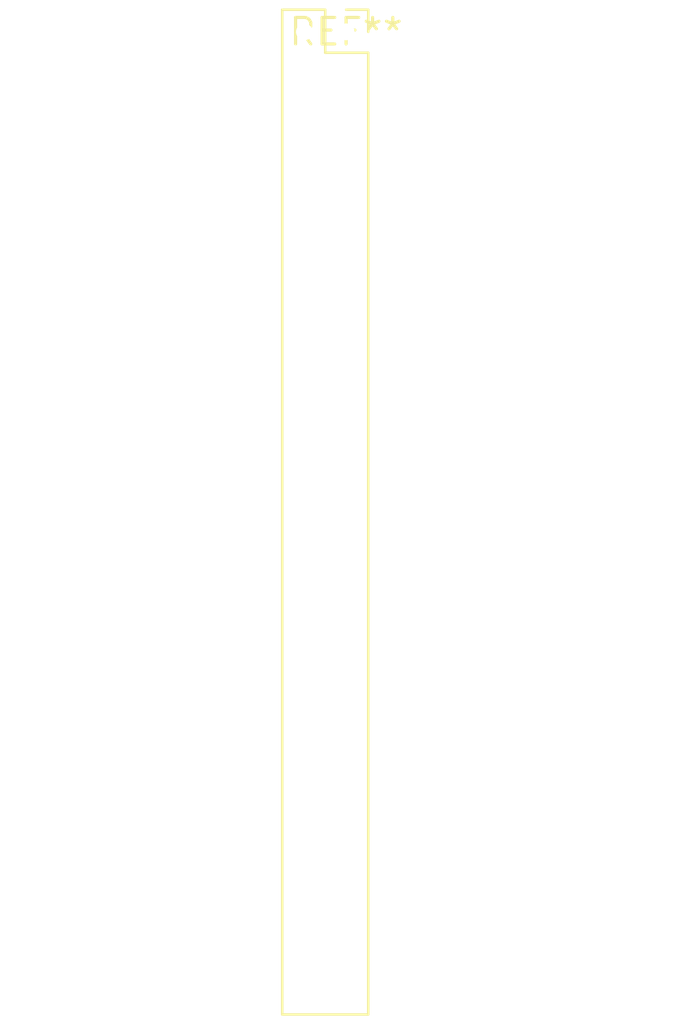
<source format=kicad_pcb>
(kicad_pcb (version 20240108) (generator pcbnew)
  (layers (0 "F.Cu" signal) (31 "B.Cu" signal) (34 "B.Paste" user) (35 "F.Paste" user) (36 "B.SilkS" user "B.Silkscreen") (37 "F.SilkS" user "F.Silkscreen") (38 "B.Mask" user) (39 "F.Mask" user) (44 "Edge.Cuts" user))
  (net 0 "")
  (footprint "PinSocket_2x24_P2.00mm_Vertical" (layer "F.Cu") (at 0 0)
    (property "Reference" "REF**")
    (property "Value" "PinSocket_2x24_P2.00mm_Vertical")
    (fp_line (start -3.06 -1.06) (end -3.06 47.06) (layer "F.SilkS") (stroke (width 0.12)))
    (fp_line (start -3.06 -1.06) (end -1 -1.06) (layer "F.SilkS") (stroke (width 0.12)))
    (fp_line (start -3.06 47.06) (end 1.06 47.06) (layer "F.SilkS") (stroke (width 0.12)))
    (fp_line (start -1 -1.06) (end -1 1) (layer "F.SilkS") (stroke (width 0.12)))
    (fp_line (start -1 1) (end 1.06 1) (layer "F.SilkS") (stroke (width 0.12)))
    (fp_line (start 0 -1.06) (end 1.06 -1.06) (layer "F.SilkS") (stroke (width 0.12)))
    (fp_line (start 1.06 -1.06) (end 1.06 0) (layer "F.SilkS") (stroke (width 0.12)))
    (fp_line (start 1.06 1) (end 1.06 47.06) (layer "F.SilkS") (stroke (width 0.12)))
    (pad "1" thru_hole rect (at 0 0) (size 1.35 1.35) (drill 0.8) (layers *.Cu *.Mask) (remove_unused_layers))
    (pad "2" thru_hole oval (at -2 0) (size 1.35 1.35) (drill 0.8) (layers *.Cu *.Mask) (remove_unused_layers))
    (pad "3" thru_hole oval (at 0 2) (size 1.35 1.35) (drill 0.8) (layers *.Cu *.Mask) (remove_unused_layers))
    (pad "4" thru_hole oval (at -2 2) (size 1.35 1.35) (drill 0.8) (layers *.Cu *.Mask) (remove_unused_layers))
    (pad "5" thru_hole oval (at 0 4) (size 1.35 1.35) (drill 0.8) (layers *.Cu *.Mask) (remove_unused_layers))
    (pad "6" thru_hole oval (at -2 4) (size 1.35 1.35) (drill 0.8) (layers *.Cu *.Mask) (remove_unused_layers))
    (pad "7" thru_hole oval (at 0 6) (size 1.35 1.35) (drill 0.8) (layers *.Cu *.Mask) (remove_unused_layers))
    (pad "8" thru_hole oval (at -2 6) (size 1.35 1.35) (drill 0.8) (layers *.Cu *.Mask) (remove_unused_layers))
    (pad "9" thru_hole oval (at 0 8) (size 1.35 1.35) (drill 0.8) (layers *.Cu *.Mask) (remove_unused_layers))
    (pad "10" thru_hole oval (at -2 8) (size 1.35 1.35) (drill 0.8) (layers *.Cu *.Mask) (remove_unused_layers))
    (pad "11" thru_hole oval (at 0 10) (size 1.35 1.35) (drill 0.8) (layers *.Cu *.Mask) (remove_unused_layers))
    (pad "12" thru_hole oval (at -2 10) (size 1.35 1.35) (drill 0.8) (layers *.Cu *.Mask) (remove_unused_layers))
    (pad "13" thru_hole oval (at 0 12) (size 1.35 1.35) (drill 0.8) (layers *.Cu *.Mask) (remove_unused_layers))
    (pad "14" thru_hole oval (at -2 12) (size 1.35 1.35) (drill 0.8) (layers *.Cu *.Mask) (remove_unused_layers))
    (pad "15" thru_hole oval (at 0 14) (size 1.35 1.35) (drill 0.8) (layers *.Cu *.Mask) (remove_unused_layers))
    (pad "16" thru_hole oval (at -2 14) (size 1.35 1.35) (drill 0.8) (layers *.Cu *.Mask) (remove_unused_layers))
    (pad "17" thru_hole oval (at 0 16) (size 1.35 1.35) (drill 0.8) (layers *.Cu *.Mask) (remove_unused_layers))
    (pad "18" thru_hole oval (at -2 16) (size 1.35 1.35) (drill 0.8) (layers *.Cu *.Mask) (remove_unused_layers))
    (pad "19" thru_hole oval (at 0 18) (size 1.35 1.35) (drill 0.8) (layers *.Cu *.Mask) (remove_unused_layers))
    (pad "20" thru_hole oval (at -2 18) (size 1.35 1.35) (drill 0.8) (layers *.Cu *.Mask) (remove_unused_layers))
    (pad "21" thru_hole oval (at 0 20) (size 1.35 1.35) (drill 0.8) (layers *.Cu *.Mask) (remove_unused_layers))
    (pad "22" thru_hole oval (at -2 20) (size 1.35 1.35) (drill 0.8) (layers *.Cu *.Mask) (remove_unused_layers))
    (pad "23" thru_hole oval (at 0 22) (size 1.35 1.35) (drill 0.8) (layers *.Cu *.Mask) (remove_unused_layers))
    (pad "24" thru_hole oval (at -2 22) (size 1.35 1.35) (drill 0.8) (layers *.Cu *.Mask) (remove_unused_layers))
    (pad "25" thru_hole oval (at 0 24) (size 1.35 1.35) (drill 0.8) (layers *.Cu *.Mask) (remove_unused_layers))
    (pad "26" thru_hole oval (at -2 24) (size 1.35 1.35) (drill 0.8) (layers *.Cu *.Mask) (remove_unused_layers))
    (pad "27" thru_hole oval (at 0 26) (size 1.35 1.35) (drill 0.8) (layers *.Cu *.Mask) (remove_unused_layers))
    (pad "28" thru_hole oval (at -2 26) (size 1.35 1.35) (drill 0.8) (layers *.Cu *.Mask) (remove_unused_layers))
    (pad "29" thru_hole oval (at 0 28) (size 1.35 1.35) (drill 0.8) (layers *.Cu *.Mask) (remove_unused_layers))
    (pad "30" thru_hole oval (at -2 28) (size 1.35 1.35) (drill 0.8) (layers *.Cu *.Mask) (remove_unused_layers))
    (pad "31" thru_hole oval (at 0 30) (size 1.35 1.35) (drill 0.8) (layers *.Cu *.Mask) (remove_unused_layers))
    (pad "32" thru_hole oval (at -2 30) (size 1.35 1.35) (drill 0.8) (layers *.Cu *.Mask) (remove_unused_layers))
    (pad "33" thru_hole oval (at 0 32) (size 1.35 1.35) (drill 0.8) (layers *.Cu *.Mask) (remove_unused_layers))
    (pad "34" thru_hole oval (at -2 32) (size 1.35 1.35) (drill 0.8) (layers *.Cu *.Mask) (remove_unused_layers))
    (pad "35" thru_hole oval (at 0 34) (size 1.35 1.35) (drill 0.8) (layers *.Cu *.Mask) (remove_unused_layers))
    (pad "36" thru_hole oval (at -2 34) (size 1.35 1.35) (drill 0.8) (layers *.Cu *.Mask) (remove_unused_layers))
    (pad "37" thru_hole oval (at 0 36) (size 1.35 1.35) (drill 0.8) (layers *.Cu *.Mask) (remove_unused_layers))
    (pad "38" thru_hole oval (at -2 36) (size 1.35 1.35) (drill 0.8) (layers *.Cu *.Mask) (remove_unused_layers))
    (pad "39" thru_hole oval (at 0 38) (size 1.35 1.35) (drill 0.8) (layers *.Cu *.Mask) (remove_unused_layers))
    (pad "40" thru_hole oval (at -2 38) (size 1.35 1.35) (drill 0.8) (layers *.Cu *.Mask) (remove_unused_layers))
    (pad "41" thru_hole oval (at 0 40) (size 1.35 1.35) (drill 0.8) (layers *.Cu *.Mask) (remove_unused_layers))
    (pad "42" thru_hole oval (at -2 40) (size 1.35 1.35) (drill 0.8) (layers *.Cu *.Mask) (remove_unused_layers))
    (pad "43" thru_hole oval (at 0 42) (size 1.35 1.35) (drill 0.8) (layers *.Cu *.Mask) (remove_unused_layers))
    (pad "44" thru_hole oval (at -2 42) (size 1.35 1.35) (drill 0.8) (layers *.Cu *.Mask) (remove_unused_layers))
    (pad "45" thru_hole oval (at 0 44) (size 1.35 1.35) (drill 0.8) (layers *.Cu *.Mask) (remove_unused_layers))
    (pad "46" thru_hole oval (at -2 44) (size 1.35 1.35) (drill 0.8) (layers *.Cu *.Mask) (remove_unused_layers))
    (pad "47" thru_hole oval (at 0 46) (size 1.35 1.35) (drill 0.8) (layers *.Cu *.Mask) (remove_unused_layers))
    (pad "48" thru_hole oval (at -2 46) (size 1.35 1.35) (drill 0.8) (layers *.Cu *.Mask) (remove_unused_layers))
  )
)
</source>
